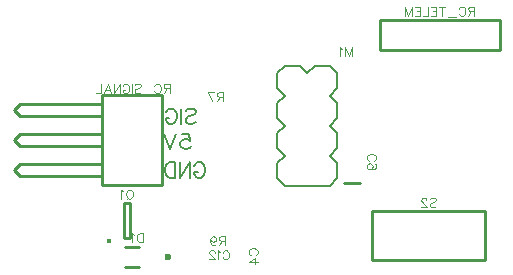
<source format=gbr>
G04 DipTrace 3.3.1.3*
G04 BottomSilk.gbr*
%MOIN*%
G04 #@! TF.FileFunction,Legend,Bot*
G04 #@! TF.Part,Single*
%ADD10C,0.009843*%
%ADD25C,0.023611*%
%ADD27C,0.005*%
%ADD31C,0.015422*%
%ADD85C,0.004632*%
%ADD86C,0.00772*%
%FSLAX26Y26*%
G04*
G70*
G90*
G75*
G01*
G04 BotSilk*
%LPD*%
X1234978Y736734D2*
D10*
X1286119D1*
X549722Y523847D2*
X502477D1*
X549722Y456907D2*
X502477D1*
D25*
X646193Y490377D3*
X1010425Y753046D2*
D27*
X1035435Y728081D1*
X1185379D1*
X1210389Y753046D1*
Y803041D1*
X1185379Y828071D1*
X1210389Y853036D1*
Y903031D1*
X1185379Y928062D1*
X1210389Y953026D1*
Y1003021D1*
X1185379Y1028052D1*
X1210389Y1053082D1*
Y1103077D1*
X1185379Y1128042D1*
X1135360D1*
X1110464Y1103077D1*
X1085454Y1128042D1*
X1035435D1*
X1010425Y1103077D1*
Y1053082D1*
X1035435Y1028052D1*
X1010425Y1003021D1*
Y953026D1*
X1035435Y928062D1*
X1010425Y903031D1*
Y853036D1*
X1035435Y828071D1*
X1010425Y803041D1*
Y753046D1*
D31*
X451594Y543589D3*
X501736Y552790D2*
D10*
Y670895D1*
X521421D1*
Y552790D1*
X501736D1*
X627479Y730335D2*
X427481D1*
Y1030313D1*
X627479D1*
Y730335D1*
X427481Y761617D2*
X152503D1*
X427481Y799070D2*
X152503D1*
Y761617D2*
X132558Y780343D1*
X152503Y799070D2*
X132558Y780343D1*
X427481Y861562D2*
X152503D1*
X427481Y899086D2*
X152503D1*
Y861562D2*
X132558Y880360D1*
X152503Y899086D2*
X132558Y880360D1*
X427481Y961578D2*
X152503D1*
X427481Y999102D2*
X152503D1*
Y961578D2*
X132558Y980305D1*
X152503Y999102D2*
X132558Y980305D1*
X1352006Y1180607D2*
X1752041D1*
Y1280612D1*
X1352006D1*
Y1180607D1*
X1326927Y480339D2*
X1701927D1*
Y642839D1*
X1326927D1*
Y480339D1*
X922971Y496947D2*
D85*
X920119Y498373D1*
X917234Y501258D1*
X915808Y504110D1*
Y509847D1*
X917234Y512732D1*
X920119Y515584D1*
X922971Y517043D1*
X927282Y518469D1*
X934478D1*
X938756Y517043D1*
X941641Y515584D1*
X944493Y512732D1*
X945952Y509847D1*
Y504110D1*
X944493Y501258D1*
X941641Y498373D1*
X938756Y496947D1*
X945952Y473324D2*
X915841D1*
X935904Y487683D1*
Y466161D1*
X1317376Y811316D2*
X1314524Y812742D1*
X1311639Y815627D1*
X1310213Y818479D1*
Y824216D1*
X1311639Y827101D1*
X1314524Y829953D1*
X1317376Y831412D1*
X1321687Y832838D1*
X1328883D1*
X1333161Y831412D1*
X1336046Y829953D1*
X1338898Y827101D1*
X1340357Y824216D1*
Y818479D1*
X1338898Y815627D1*
X1336046Y812742D1*
X1333161Y811316D1*
X1320261Y783383D2*
X1324572Y784842D1*
X1327457Y787694D1*
X1328883Y792005D1*
Y793431D1*
X1327457Y797742D1*
X1324572Y800593D1*
X1320261Y802053D1*
X1318835D1*
X1314524Y800594D1*
X1311672Y797742D1*
X1310246Y793431D1*
Y792005D1*
X1311672Y787694D1*
X1314524Y784842D1*
X1320261Y783383D1*
X1327457D1*
X1334620Y784842D1*
X1338931Y787694D1*
X1340357Y792005D1*
Y794856D1*
X1338931Y799167D1*
X1336046Y800593D1*
X829343Y504738D2*
X830769Y507590D1*
X833654Y510475D1*
X836506Y511901D1*
X842243D1*
X845128Y510475D1*
X847980Y507590D1*
X849439Y504738D1*
X850865Y500427D1*
Y493231D1*
X849439Y488953D1*
X847980Y486068D1*
X845128Y483216D1*
X842243Y481757D1*
X836506D1*
X833654Y483216D1*
X830769Y486068D1*
X829343Y488953D1*
X820079Y506131D2*
X817194Y507590D1*
X812883Y511868D1*
Y481757D1*
X802161Y504705D2*
Y506131D1*
X800735Y509016D1*
X799309Y510442D1*
X796424Y511868D1*
X790687D1*
X787835Y510442D1*
X786409Y509016D1*
X784950Y506131D1*
Y503279D1*
X786409Y500394D1*
X789261Y496116D1*
X803620Y481757D1*
X783524D1*
X563088Y569744D2*
Y539600D1*
X553040D1*
X548729Y541059D1*
X545843Y543911D1*
X544417Y546796D1*
X542992Y551074D1*
Y558270D1*
X544417Y562581D1*
X545843Y565433D1*
X548729Y568318D1*
X553040Y569744D1*
X563088D1*
X533728Y563973D2*
X530843Y565433D1*
X526532Y569710D1*
Y539600D1*
X1237193Y1159058D2*
Y1189202D1*
X1248667Y1159058D1*
X1260141Y1189202D1*
Y1159058D1*
X1227929Y1183431D2*
X1225044Y1184891D1*
X1220733Y1189168D1*
Y1159058D1*
X521802Y714829D2*
X524654Y713436D1*
X527539Y710551D1*
X528965Y707666D1*
X530424Y703355D1*
Y696192D1*
X528965Y691881D1*
X527539Y689029D1*
X524654Y686144D1*
X521802Y684718D1*
X516065D1*
X513180Y686144D1*
X510328Y689029D1*
X508902Y691881D1*
X507443Y696192D1*
Y703355D1*
X508902Y707666D1*
X510328Y710551D1*
X513180Y713436D1*
X516065Y714829D1*
X521802D1*
X517491Y690455D2*
X508902Y681833D1*
X498179Y709059D2*
X495294Y710518D1*
X490983Y714796D1*
Y684685D1*
X829191Y1024860D2*
X816291D1*
X811980Y1026319D1*
X810521Y1027745D1*
X809095Y1030597D1*
Y1033482D1*
X810521Y1036334D1*
X811980Y1037793D1*
X816291Y1039219D1*
X829191D1*
Y1009075D1*
X819143Y1024860D2*
X809095Y1009075D1*
X794095D2*
X779735Y1039185D1*
X799831D1*
X836087Y544644D2*
X823187D1*
X818876Y546103D1*
X817417Y547529D1*
X815991Y550381D1*
Y553266D1*
X817417Y556118D1*
X818876Y557577D1*
X823187Y559003D1*
X836087D1*
Y528859D1*
X826039Y544644D2*
X815991Y528859D1*
X788057Y548955D2*
X789516Y544644D1*
X792368Y541759D1*
X796679Y540333D1*
X798105D1*
X802416Y541759D1*
X805268Y544644D1*
X806727Y548955D1*
Y550381D1*
X805268Y554692D1*
X802416Y557544D1*
X798105Y558970D1*
X796679D1*
X792368Y557544D1*
X789516Y554692D1*
X788057Y548955D1*
Y541759D1*
X789516Y534596D1*
X792368Y530285D1*
X796679Y528859D1*
X799531D1*
X803842Y530285D1*
X805268Y533170D1*
X652276Y1052606D2*
X639376D1*
X635065Y1054065D1*
X633606Y1055491D1*
X632180Y1058343D1*
Y1061228D1*
X633606Y1064080D1*
X635065Y1065539D1*
X639376Y1066965D1*
X652276D1*
Y1036821D1*
X642228Y1052606D2*
X632180Y1036821D1*
X601395Y1059802D2*
X602821Y1062654D1*
X605706Y1065539D1*
X608558Y1066965D1*
X614295D1*
X617180Y1065539D1*
X620032Y1062654D1*
X621491Y1059802D1*
X622917Y1055491D1*
Y1048295D1*
X621491Y1044017D1*
X620032Y1041132D1*
X617180Y1038280D1*
X614295Y1036821D1*
X608558D1*
X605706Y1038280D1*
X602821Y1041132D1*
X601395Y1044017D1*
X592131Y1031846D2*
X564872D1*
X535513Y1062654D2*
X538365Y1065539D1*
X542676Y1066965D1*
X548413D1*
X552724Y1065539D1*
X555609Y1062654D1*
Y1059802D1*
X554150Y1056917D1*
X552724Y1055491D1*
X549872Y1054065D1*
X541250Y1051180D1*
X538365Y1049754D1*
X536939Y1048295D1*
X535513Y1045443D1*
Y1041132D1*
X538365Y1038280D1*
X542676Y1036821D1*
X548413D1*
X552724Y1038280D1*
X555609Y1041132D1*
X526249Y1066965D2*
Y1036821D1*
X495464Y1059802D2*
X496890Y1062654D1*
X499775Y1065539D1*
X502627Y1066965D1*
X508364D1*
X511249Y1065539D1*
X514101Y1062654D1*
X515560Y1059802D1*
X516986Y1055491D1*
Y1048295D1*
X515560Y1044017D1*
X514101Y1041132D1*
X511249Y1038280D1*
X508364Y1036821D1*
X502627D1*
X499775Y1038280D1*
X496890Y1041132D1*
X495464Y1044017D1*
Y1048295D1*
X502627D1*
X466104Y1066965D2*
Y1036821D1*
X486200Y1066965D1*
Y1036821D1*
X433860D2*
X445367Y1066965D1*
X456841Y1036821D1*
X452530Y1046869D2*
X438171D1*
X424596Y1066965D2*
Y1036821D1*
X407385D1*
X1667649Y1310186D2*
X1654749D1*
X1650438Y1311645D1*
X1648979Y1313071D1*
X1647553Y1315923D1*
Y1318808D1*
X1648979Y1321660D1*
X1650438Y1323119D1*
X1654749Y1324545D1*
X1667649D1*
Y1294401D1*
X1657601Y1310186D2*
X1647553Y1294401D1*
X1616767Y1317382D2*
X1618193Y1320234D1*
X1621078Y1323119D1*
X1623930Y1324545D1*
X1629667D1*
X1632552Y1323119D1*
X1635404Y1320234D1*
X1636863Y1317382D1*
X1638289Y1313071D1*
Y1305875D1*
X1636863Y1301597D1*
X1635404Y1298712D1*
X1632552Y1295861D1*
X1629667Y1294401D1*
X1623930D1*
X1621078Y1295861D1*
X1618193Y1298712D1*
X1616767Y1301597D1*
X1607504Y1289427D2*
X1580245D1*
X1560933Y1324545D2*
Y1294401D1*
X1570981Y1324545D2*
X1550885D1*
X1522985D2*
X1541622D1*
Y1294401D1*
X1522985D1*
X1541622Y1310186D2*
X1530148D1*
X1513721Y1324545D2*
Y1294401D1*
X1496510D1*
X1468610Y1324545D2*
X1487247D1*
Y1294401D1*
X1468610D1*
X1487247Y1310186D2*
X1475773D1*
X1436398Y1294401D2*
Y1324545D1*
X1447872Y1294401D1*
X1459346Y1324545D1*
Y1294401D1*
X1519058Y682462D2*
X1521910Y685347D1*
X1526221Y686773D1*
X1531958D1*
X1536269Y685347D1*
X1539154Y682462D1*
Y679610D1*
X1537695Y676725D1*
X1536269Y675299D1*
X1533417Y673873D1*
X1524795Y670988D1*
X1521910Y669562D1*
X1520484Y668103D1*
X1519058Y665251D1*
Y660940D1*
X1521910Y658088D1*
X1526221Y656629D1*
X1531958D1*
X1536269Y658088D1*
X1539154Y660940D1*
X1508336Y679577D2*
Y681003D1*
X1506910Y683888D1*
X1505484Y685314D1*
X1502599Y686740D1*
X1496862D1*
X1494010Y685314D1*
X1492584Y683888D1*
X1491125Y681003D1*
Y678151D1*
X1492584Y675266D1*
X1495436Y670988D1*
X1509795Y656629D1*
X1489699D1*
X706305Y977608D2*
D86*
X711058Y982417D1*
X718243Y984793D1*
X727805D1*
X734990Y982417D1*
X739798Y977608D1*
Y972855D1*
X737367Y968047D1*
X734990Y965670D1*
X730237Y963293D1*
X715867Y958485D1*
X711058Y956108D1*
X708682Y953677D1*
X706305Y948923D1*
Y941738D1*
X711058Y936985D1*
X718243Y934553D1*
X727805D1*
X734990Y936985D1*
X739798Y941738D1*
X690866Y984793D2*
Y934553D1*
X639557Y972855D2*
X641933Y977608D1*
X646742Y982417D1*
X651495Y984793D1*
X661057D1*
X665865Y982417D1*
X670618Y977608D1*
X673050Y972855D1*
X675427Y965670D1*
Y953677D1*
X673050Y946547D1*
X670618Y941738D1*
X665865Y936985D1*
X661057Y934553D1*
X651495D1*
X646742Y936985D1*
X641933Y941738D1*
X639557Y946547D1*
Y953677D1*
X651495D1*
X693313Y899758D2*
X717190D1*
X719566Y878258D1*
X717190Y880634D1*
X710005Y883066D1*
X702875D1*
X695690Y880634D1*
X690881Y875881D1*
X688505Y868696D1*
Y863943D1*
X690881Y856758D1*
X695690Y851950D1*
X702875Y849573D1*
X710005D1*
X717190Y851950D1*
X719566Y854381D1*
X721998Y859135D1*
X673066Y899813D2*
X653942Y849573D1*
X634819Y899813D1*
X734489Y793204D2*
X736865Y797957D1*
X741674Y802766D1*
X746427Y805142D1*
X755989D1*
X760797Y802766D1*
X765550Y797957D1*
X767982Y793204D1*
X770359Y786019D1*
Y774026D1*
X767982Y766896D1*
X765550Y762087D1*
X760797Y757334D1*
X755989Y754902D1*
X746427D1*
X741674Y757334D1*
X736865Y762087D1*
X734489Y766896D1*
Y774026D1*
X746427D1*
X685556Y805142D2*
Y754902D1*
X719050Y805142D1*
Y754902D1*
X670117Y805142D2*
Y754902D1*
X653370D1*
X646185Y757334D1*
X641377Y762087D1*
X639000Y766896D1*
X636624Y774026D1*
Y786019D1*
X639000Y793204D1*
X641377Y797957D1*
X646185Y802766D1*
X653370Y805142D1*
X670117D1*
M02*

</source>
